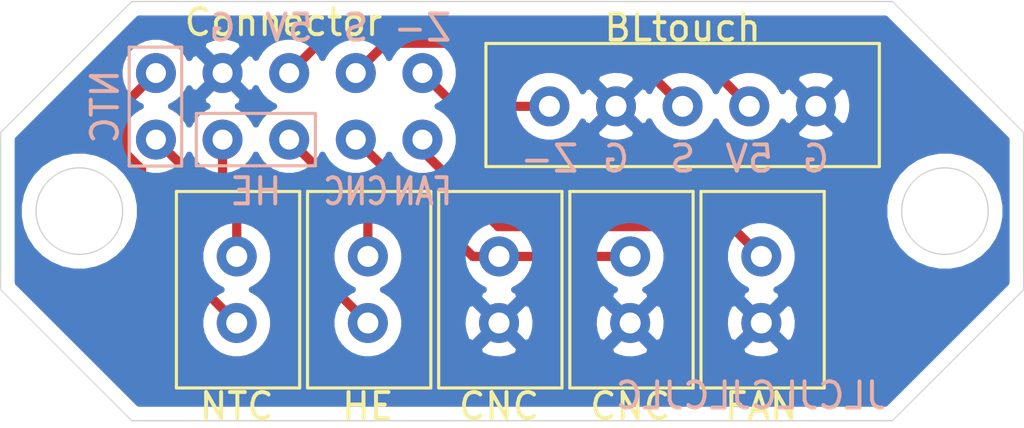
<source format=kicad_pcb>
(kicad_pcb (version 20171130) (host pcbnew "(5.1.6)-1")

  (general
    (thickness 1.6)
    (drawings 32)
    (tracks 26)
    (zones 0)
    (modules 7)
    (nets 11)
  )

  (page A4)
  (layers
    (0 F.Cu signal)
    (31 B.Cu signal)
    (32 B.Adhes user)
    (33 F.Adhes user)
    (34 B.Paste user)
    (35 F.Paste user)
    (36 B.SilkS user)
    (37 F.SilkS user)
    (38 B.Mask user)
    (39 F.Mask user)
    (40 Dwgs.User user)
    (41 Cmts.User user)
    (42 Eco1.User user)
    (43 Eco2.User user)
    (44 Edge.Cuts user)
    (45 Margin user)
    (46 B.CrtYd user)
    (47 F.CrtYd user)
    (48 B.Fab user)
    (49 F.Fab user)
  )

  (setup
    (last_trace_width 0.35)
    (user_trace_width 0.35)
    (trace_clearance 0.2)
    (zone_clearance 0.508)
    (zone_45_only no)
    (trace_min 0.2)
    (via_size 0.8)
    (via_drill 0.4)
    (via_min_size 0.4)
    (via_min_drill 0.3)
    (uvia_size 0.3)
    (uvia_drill 0.1)
    (uvias_allowed no)
    (uvia_min_size 0.2)
    (uvia_min_drill 0.1)
    (edge_width 0.05)
    (segment_width 0.2)
    (pcb_text_width 0.3)
    (pcb_text_size 1.5 1.5)
    (mod_edge_width 0.12)
    (mod_text_size 1 1)
    (mod_text_width 0.15)
    (pad_size 1.524 1.524)
    (pad_drill 0.8)
    (pad_to_mask_clearance 0.05)
    (aux_axis_origin 0 0)
    (visible_elements 7FFFFFFF)
    (pcbplotparams
      (layerselection 0x010fc_ffffffff)
      (usegerberextensions false)
      (usegerberattributes true)
      (usegerberadvancedattributes true)
      (creategerberjobfile true)
      (excludeedgelayer true)
      (linewidth 0.100000)
      (plotframeref false)
      (viasonmask false)
      (mode 1)
      (useauxorigin false)
      (hpglpennumber 1)
      (hpglpenspeed 20)
      (hpglpendiameter 15.000000)
      (psnegative false)
      (psa4output false)
      (plotreference true)
      (plotvalue true)
      (plotinvisibletext false)
      (padsonsilk false)
      (subtractmaskfromsilk false)
      (outputformat 1)
      (mirror false)
      (drillshape 0)
      (scaleselection 1)
      (outputdirectory "Gerber/"))
  )

  (net 0 "")
  (net 1 GND)
  (net 2 +5V)
  (net 3 /HE_fan)
  (net 4 /Servo)
  (net 5 /CNC_fan)
  (net 6 /Z-)
  (net 7 /H2)
  (net 8 /NTC2)
  (net 9 /H1)
  (net 10 /NTC1)

  (net_class Default "This is the default net class."
    (clearance 0.2)
    (trace_width 0.25)
    (via_dia 0.8)
    (via_drill 0.4)
    (uvia_dia 0.3)
    (uvia_drill 0.1)
    (add_net +5V)
    (add_net /CNC_fan)
    (add_net /H1)
    (add_net /H2)
    (add_net /HE_fan)
    (add_net /NTC1)
    (add_net /NTC2)
    (add_net /Servo)
    (add_net /Z-)
    (add_net GND)
  )

  (module Arduino:JST_XH_2 (layer F.Cu) (tedit 63DFDCFE) (tstamp 63DFF1B6)
    (at 110 120 270)
    (path /63E201D9)
    (fp_text reference NTC (at 4.45 0 180) (layer F.SilkS)
      (effects (font (size 1 1) (thickness 0.15)))
    )
    (fp_text value 1x2-header (at -0.02 3.36 90) (layer F.Fab)
      (effects (font (size 1 1) (thickness 0.15)))
    )
    (fp_line (start -3.75 -2.4) (end -3.75 2.3) (layer F.SilkS) (width 0.12))
    (fp_line (start -3.75 2.3) (end 3.75 2.3) (layer F.SilkS) (width 0.12))
    (fp_line (start -3.75 -2.4) (end 3.75 -2.4) (layer F.SilkS) (width 0.12))
    (fp_line (start 3.75 -2.4) (end 3.75 2.3) (layer F.SilkS) (width 0.12))
    (pad 1 thru_hole circle (at -1.27 0 270) (size 1.524 1.524) (drill 0.8) (layers *.Cu *.Mask)
      (net 10 /NTC1))
    (pad 2 thru_hole circle (at 1.27 0 270) (size 1.524 1.524) (drill 0.8) (layers *.Cu *.Mask)
      (net 8 /NTC2))
  )

  (module Arduino:JST_XH_5 (layer F.Cu) (tedit 63DFF8BD) (tstamp 63DFEF7B)
    (at 127 113)
    (path /63E05623)
    (fp_text reference BLtouch (at 0 -3) (layer F.SilkS)
      (effects (font (size 1 1) (thickness 0.15)))
    )
    (fp_text value 1x5-header (at 2.87 -1.64) (layer F.Fab)
      (effects (font (size 1 1) (thickness 0.15)))
    )
    (fp_line (start -7.5 -2.4) (end -7.5 2.3) (layer F.SilkS) (width 0.12))
    (fp_line (start -7.5 2.3) (end 7.5 2.3) (layer F.SilkS) (width 0.12))
    (fp_line (start -7.5 -2.4) (end 7.5 -2.4) (layer F.SilkS) (width 0.12))
    (fp_line (start 7.5 -2.4) (end 7.5 2.3) (layer F.SilkS) (width 0.12))
    (pad 5 thru_hole circle (at 5.08 0) (size 1.524 1.524) (drill 0.8) (layers *.Cu *.Mask)
      (net 1 GND))
    (pad 4 thru_hole circle (at 2.54 0) (size 1.524 1.524) (drill 0.8) (layers *.Cu *.Mask)
      (net 2 +5V))
    (pad 3 thru_hole circle (at 0 0) (size 1.524 1.524) (drill 0.8) (layers *.Cu *.Mask)
      (net 4 /Servo))
    (pad 1 thru_hole circle (at -5.08 0) (size 1.524 1.524) (drill 0.8) (layers *.Cu *.Mask)
      (net 6 /Z-))
    (pad 2 thru_hole circle (at -2.54 0) (size 1.524 1.524) (drill 0.8) (layers *.Cu *.Mask)
      (net 1 GND))
  )

  (module Arduino:JST_XH_2 (layer F.Cu) (tedit 63DFDCFE) (tstamp 63DFEF6E)
    (at 130 120 270)
    (path /63DFBD9F)
    (fp_text reference FAN (at 4.45 0 180) (layer F.SilkS)
      (effects (font (size 1 1) (thickness 0.15)))
    )
    (fp_text value 1x2-header (at -0.02 3.36 90) (layer F.Fab)
      (effects (font (size 1 1) (thickness 0.15)))
    )
    (fp_line (start -3.75 -2.4) (end -3.75 2.3) (layer F.SilkS) (width 0.12))
    (fp_line (start -3.75 2.3) (end 3.75 2.3) (layer F.SilkS) (width 0.12))
    (fp_line (start -3.75 -2.4) (end 3.75 -2.4) (layer F.SilkS) (width 0.12))
    (fp_line (start 3.75 -2.4) (end 3.75 2.3) (layer F.SilkS) (width 0.12))
    (pad 1 thru_hole circle (at -1.27 0 270) (size 1.524 1.524) (drill 0.8) (layers *.Cu *.Mask)
      (net 3 /HE_fan))
    (pad 2 thru_hole circle (at 1.27 0 270) (size 1.524 1.524) (drill 0.8) (layers *.Cu *.Mask)
      (net 1 GND))
  )

  (module Arduino:JST_XH_2 (layer F.Cu) (tedit 63DFDCFE) (tstamp 63DFEF64)
    (at 120 120 270)
    (path /63E03462)
    (fp_text reference CNC (at 4.45 0 180) (layer F.SilkS)
      (effects (font (size 1 1) (thickness 0.15)))
    )
    (fp_text value 1x2-header (at -0.02 3.36 90) (layer F.Fab)
      (effects (font (size 1 1) (thickness 0.15)))
    )
    (fp_line (start -3.75 -2.4) (end -3.75 2.3) (layer F.SilkS) (width 0.12))
    (fp_line (start -3.75 2.3) (end 3.75 2.3) (layer F.SilkS) (width 0.12))
    (fp_line (start -3.75 -2.4) (end 3.75 -2.4) (layer F.SilkS) (width 0.12))
    (fp_line (start 3.75 -2.4) (end 3.75 2.3) (layer F.SilkS) (width 0.12))
    (pad 1 thru_hole circle (at -1.27 0 270) (size 1.524 1.524) (drill 0.8) (layers *.Cu *.Mask)
      (net 5 /CNC_fan))
    (pad 2 thru_hole circle (at 1.27 0 270) (size 1.524 1.524) (drill 0.8) (layers *.Cu *.Mask)
      (net 1 GND))
  )

  (module Arduino:JST_XH_2 (layer F.Cu) (tedit 63DFDCFE) (tstamp 63DFEF5A)
    (at 125 120 270)
    (path /63E041AF)
    (fp_text reference CNC (at 4.45 0 180) (layer F.SilkS)
      (effects (font (size 1 1) (thickness 0.15)))
    )
    (fp_text value 1x2-header (at -0.02 3.36 90) (layer F.Fab)
      (effects (font (size 1 1) (thickness 0.15)))
    )
    (fp_line (start -3.75 -2.4) (end -3.75 2.3) (layer F.SilkS) (width 0.12))
    (fp_line (start -3.75 2.3) (end 3.75 2.3) (layer F.SilkS) (width 0.12))
    (fp_line (start -3.75 -2.4) (end 3.75 -2.4) (layer F.SilkS) (width 0.12))
    (fp_line (start 3.75 -2.4) (end 3.75 2.3) (layer F.SilkS) (width 0.12))
    (pad 1 thru_hole circle (at -1.27 0 270) (size 1.524 1.524) (drill 0.8) (layers *.Cu *.Mask)
      (net 5 /CNC_fan))
    (pad 2 thru_hole circle (at 1.27 0 270) (size 1.524 1.524) (drill 0.8) (layers *.Cu *.Mask)
      (net 1 GND))
  )

  (module Arduino:JST_XH_2 (layer F.Cu) (tedit 63DFDCFE) (tstamp 63DFEF50)
    (at 115 120 270)
    (path /63E04D67)
    (fp_text reference HE (at 4.45 0 180) (layer F.SilkS)
      (effects (font (size 1 1) (thickness 0.15)))
    )
    (fp_text value 1x2-header (at -0.02 3.36 90) (layer F.Fab)
      (effects (font (size 1 1) (thickness 0.15)))
    )
    (fp_line (start -3.75 -2.4) (end -3.75 2.3) (layer F.SilkS) (width 0.12))
    (fp_line (start -3.75 2.3) (end 3.75 2.3) (layer F.SilkS) (width 0.12))
    (fp_line (start -3.75 -2.4) (end 3.75 -2.4) (layer F.SilkS) (width 0.12))
    (fp_line (start 3.75 -2.4) (end 3.75 2.3) (layer F.SilkS) (width 0.12))
    (pad 1 thru_hole circle (at -1.27 0 270) (size 1.524 1.524) (drill 0.8) (layers *.Cu *.Mask)
      (net 9 /H1))
    (pad 2 thru_hole circle (at 1.27 0 270) (size 1.524 1.524) (drill 0.8) (layers *.Cu *.Mask)
      (net 7 /H2))
  )

  (module Arduino:2x5_pin (layer F.Cu) (tedit 63DFF6C7) (tstamp 63DFBB04)
    (at 112 113 90)
    (path /63E29701)
    (fp_text reference Connector (at 3.21 -0.22 180) (layer F.SilkS)
      (effects (font (size 1 1) (thickness 0.15)))
    )
    (fp_text value 2x5-header (at -2.83 0.48 180) (layer F.Fab)
      (effects (font (size 1 1) (thickness 0.15)))
    )
    (pad 10 thru_hole circle (at 1.27 5.08 90) (size 1.524 1.524) (drill 0.762) (layers *.Cu *.Mask)
      (net 6 /Z-))
    (pad 9 thru_hole circle (at -1.27 5.08 90) (size 1.524 1.524) (drill 0.762) (layers *.Cu *.Mask)
      (net 3 /HE_fan))
    (pad 8 thru_hole circle (at 1.27 2.54 90) (size 1.524 1.524) (drill 0.762) (layers *.Cu *.Mask)
      (net 4 /Servo))
    (pad 7 thru_hole circle (at -1.27 2.54 90) (size 1.524 1.524) (drill 0.762) (layers *.Cu *.Mask)
      (net 5 /CNC_fan))
    (pad 6 thru_hole circle (at 1.27 0 90) (size 1.524 1.524) (drill 0.762) (layers *.Cu *.Mask)
      (net 2 +5V))
    (pad 5 thru_hole circle (at -1.27 0 90) (size 1.524 1.524) (drill 0.762) (layers *.Cu *.Mask)
      (net 9 /H1))
    (pad 4 thru_hole circle (at 1.27 -2.54 90) (size 1.524 1.524) (drill 0.762) (layers *.Cu *.Mask)
      (net 1 GND))
    (pad 3 thru_hole circle (at -1.27 -2.54 90) (size 1.524 1.524) (drill 0.762) (layers *.Cu *.Mask)
      (net 7 /H2))
    (pad 2 thru_hole circle (at 1.27 -5.08 90) (size 1.524 1.524) (drill 0.762) (layers *.Cu *.Mask)
      (net 8 /NTC2))
    (pad 1 thru_hole circle (at -1.27 -5.08 90) (size 1.524 1.524) (drill 0.762) (layers *.Cu *.Mask)
      (net 10 /NTC1))
  )

  (gr_text JLCJLCJLCJLC (at 129.6 124.04) (layer B.SilkS)
    (effects (font (size 1 1) (thickness 0.15)) (justify mirror))
  )
  (gr_text G (at 124.46 115) (layer B.SilkS) (tstamp 63DFFFE2)
    (effects (font (size 1 1) (thickness 0.15)) (justify mirror))
  )
  (gr_text G (at 132.08 115) (layer B.SilkS) (tstamp 63DFFFE0)
    (effects (font (size 1 1) (thickness 0.15)) (justify mirror))
  )
  (gr_text Z- (at 121.92 115) (layer B.SilkS) (tstamp 63DFFFDD)
    (effects (font (size 1 1) (thickness 0.15)) (justify mirror))
  )
  (gr_text S (at 127 115) (layer B.SilkS) (tstamp 63DFFFDA)
    (effects (font (size 1 1) (thickness 0.15)) (justify mirror))
  )
  (gr_text 5V (at 129.54 115) (layer B.SilkS) (tstamp 63DFFFAD)
    (effects (font (size 1 1) (thickness 0.15)) (justify mirror))
  )
  (gr_text FAN (at 117.08 116.25) (layer B.SilkS) (tstamp 63DFFDAD)
    (effects (font (size 1 0.8) (thickness 0.15)) (justify mirror))
  )
  (gr_text CNC (at 114.54 116.25) (layer B.SilkS) (tstamp 63DFFD6B)
    (effects (font (size 1 0.8) (thickness 0.15)) (justify mirror))
  )
  (gr_text "HE\n" (at 110.73 116.25) (layer B.SilkS) (tstamp 63DFFD43)
    (effects (font (size 1 1) (thickness 0.15)) (justify mirror))
  )
  (gr_text Z- (at 117.08 110) (layer B.SilkS) (tstamp 63DFFD21)
    (effects (font (size 1 1) (thickness 0.15)) (justify mirror))
  )
  (gr_text S (at 114.54 110) (layer B.SilkS) (tstamp 63DFFD00)
    (effects (font (size 1 1) (thickness 0.15)) (justify mirror))
  )
  (gr_text 5V (at 112 110) (layer B.SilkS) (tstamp 63DFFCFD)
    (effects (font (size 1 1) (thickness 0.15)) (justify mirror))
  )
  (gr_text G (at 109.46 110) (layer B.SilkS)
    (effects (font (size 1 1) (thickness 0.15)) (justify mirror))
  )
  (gr_line (start 113 113.27) (end 113 115.27) (layer B.SilkS) (width 0.12) (tstamp 63DFFCC1))
  (gr_line (start 108.46 113.27) (end 108.46 115.27) (layer B.SilkS) (width 0.12) (tstamp 63DFFCC0))
  (gr_line (start 108.46 115.27) (end 113 115.27) (layer B.SilkS) (width 0.12) (tstamp 63DFFC9D))
  (gr_line (start 108.46 113.27) (end 113 113.27) (layer B.SilkS) (width 0.12))
  (gr_text NTC (at 104.98 113.01 90) (layer B.SilkS)
    (effects (font (size 1 1) (thickness 0.15)) (justify mirror))
  )
  (gr_line (start 105.9 115.28) (end 107.9 115.28) (layer B.SilkS) (width 0.12) (tstamp 63DFFC09))
  (gr_line (start 105.9 110.74) (end 107.9 110.74) (layer B.SilkS) (width 0.12) (tstamp 63DFFC08))
  (gr_line (start 107.9 110.74) (end 107.9 115.28) (layer B.SilkS) (width 0.12))
  (gr_line (start 105.9 110.74) (end 105.9 115.28) (layer B.SilkS) (width 0.12))
  (gr_line (start 140 114) (end 135 109) (layer Edge.Cuts) (width 0.05) (tstamp 63DFFB6C))
  (gr_line (start 101 114) (end 106 109) (layer Edge.Cuts) (width 0.05) (tstamp 63DFFB6B))
  (gr_line (start 135 125) (end 140 120) (layer Edge.Cuts) (width 0.05) (tstamp 63DFFB62))
  (gr_line (start 106 125) (end 101 120) (layer Edge.Cuts) (width 0.05) (tstamp 63DFFB53))
  (gr_circle (center 104 117) (end 105.65 117) (layer Edge.Cuts) (width 0.05) (tstamp 63DFF242))
  (gr_circle (center 137 117) (end 138.65 117) (layer Edge.Cuts) (width 0.05))
  (gr_line (start 140 114) (end 140 120) (layer Edge.Cuts) (width 0.05) (tstamp 63DFBD8C))
  (gr_line (start 101 114) (end 101 120) (layer Edge.Cuts) (width 0.05) (tstamp 63DFBD8B))
  (gr_line (start 106 125) (end 135 125) (layer Edge.Cuts) (width 0.05) (tstamp 63DFBD88))
  (gr_line (start 106 109) (end 135 109) (layer Edge.Cuts) (width 0.05))

  (segment (start 113.687011 110.042989) (end 112 111.73) (width 0.35) (layer F.Cu) (net 2))
  (segment (start 126.582989 110.042989) (end 113.687011 110.042989) (width 0.35) (layer F.Cu) (net 2))
  (segment (start 129.54 113) (end 126.582989 110.042989) (width 0.35) (layer F.Cu) (net 2))
  (segment (start 128.862999 117.592999) (end 119.972999 117.592999) (width 0.35) (layer F.Cu) (net 3))
  (segment (start 130 118.73) (end 128.862999 117.592999) (width 0.35) (layer F.Cu) (net 3))
  (segment (start 117.08 114.7) (end 117.08 114.27) (width 0.35) (layer F.Cu) (net 3))
  (segment (start 119.972999 117.592999) (end 117.08 114.7) (width 0.35) (layer F.Cu) (net 3))
  (segment (start 115.677001 110.592999) (end 114.54 111.73) (width 0.35) (layer F.Cu) (net 4))
  (segment (start 124.592999 110.592999) (end 115.677001 110.592999) (width 0.35) (layer F.Cu) (net 4))
  (segment (start 127 113) (end 124.592999 110.592999) (width 0.35) (layer F.Cu) (net 4))
  (segment (start 119 118.73) (end 114.54 114.27) (width 0.35) (layer F.Cu) (net 5))
  (segment (start 120 118.73) (end 119 118.73) (width 0.35) (layer F.Cu) (net 5))
  (segment (start 125 118.73) (end 120 118.73) (width 0.35) (layer F.Cu) (net 5))
  (segment (start 118.35 113) (end 117.08 111.73) (width 0.35) (layer F.Cu) (net 6))
  (segment (start 121.92 113) (end 118.35 113) (width 0.35) (layer F.Cu) (net 6))
  (segment (start 109.46 115.73) (end 109.46 114.27) (width 0.35) (layer F.Cu) (net 7))
  (segment (start 115 121.27) (end 109.46 115.73) (width 0.35) (layer F.Cu) (net 7))
  (segment (start 105.782999 112.867001) (end 106.92 111.73) (width 0.35) (layer F.Cu) (net 8))
  (segment (start 105.782999 114.815761) (end 105.782999 112.867001) (width 0.35) (layer F.Cu) (net 8))
  (segment (start 106.374239 115.407001) (end 105.782999 114.815761) (width 0.35) (layer F.Cu) (net 8))
  (segment (start 106.374239 117.644239) (end 106.374239 115.407001) (width 0.35) (layer F.Cu) (net 8))
  (segment (start 110 121.27) (end 106.374239 117.644239) (width 0.35) (layer F.Cu) (net 8))
  (segment (start 115 117.27) (end 112 114.27) (width 0.35) (layer F.Cu) (net 9))
  (segment (start 115 118.73) (end 115 117.27) (width 0.35) (layer F.Cu) (net 9))
  (segment (start 110 117.35) (end 106.92 114.27) (width 0.35) (layer F.Cu) (net 10))
  (segment (start 110 118.73) (end 110 117.35) (width 0.35) (layer F.Cu) (net 10))

  (zone (net 1) (net_name GND) (layer B.Cu) (tstamp 63E00262) (hatch edge 0.508)
    (connect_pads (clearance 0.508))
    (min_thickness 0.254)
    (fill yes (arc_segments 32) (thermal_gap 0.508) (thermal_bridge_width 0.508))
    (polygon
      (pts
        (xy 140 114) (xy 140 120) (xy 135 125) (xy 106 125) (xy 101 120)
        (xy 101 114) (xy 106 109) (xy 135 109)
      )
    )
    (filled_polygon
      (pts
        (xy 139.34 114.273381) (xy 139.340001 119.726618) (xy 134.72662 124.34) (xy 106.273381 124.34) (xy 101.66 119.72662)
        (xy 101.66 116.77162) (xy 101.68122 116.77162) (xy 101.68122 117.22838) (xy 101.770329 117.676363) (xy 101.945123 118.098354)
        (xy 102.198886 118.478136) (xy 102.521864 118.801114) (xy 102.901646 119.054877) (xy 103.323637 119.229671) (xy 103.77162 119.31878)
        (xy 104.22838 119.31878) (xy 104.676363 119.229671) (xy 105.098354 119.054877) (xy 105.478136 118.801114) (xy 105.686842 118.592408)
        (xy 108.603 118.592408) (xy 108.603 118.867592) (xy 108.656686 119.13749) (xy 108.761995 119.391727) (xy 108.91488 119.620535)
        (xy 109.109465 119.81512) (xy 109.338273 119.968005) (xy 109.415515 120) (xy 109.338273 120.031995) (xy 109.109465 120.18488)
        (xy 108.91488 120.379465) (xy 108.761995 120.608273) (xy 108.656686 120.86251) (xy 108.603 121.132408) (xy 108.603 121.407592)
        (xy 108.656686 121.67749) (xy 108.761995 121.931727) (xy 108.91488 122.160535) (xy 109.109465 122.35512) (xy 109.338273 122.508005)
        (xy 109.59251 122.613314) (xy 109.862408 122.667) (xy 110.137592 122.667) (xy 110.40749 122.613314) (xy 110.661727 122.508005)
        (xy 110.890535 122.35512) (xy 111.08512 122.160535) (xy 111.238005 121.931727) (xy 111.343314 121.67749) (xy 111.397 121.407592)
        (xy 111.397 121.132408) (xy 111.343314 120.86251) (xy 111.238005 120.608273) (xy 111.08512 120.379465) (xy 110.890535 120.18488)
        (xy 110.661727 120.031995) (xy 110.584485 120) (xy 110.661727 119.968005) (xy 110.890535 119.81512) (xy 111.08512 119.620535)
        (xy 111.238005 119.391727) (xy 111.343314 119.13749) (xy 111.397 118.867592) (xy 111.397 118.592408) (xy 113.603 118.592408)
        (xy 113.603 118.867592) (xy 113.656686 119.13749) (xy 113.761995 119.391727) (xy 113.91488 119.620535) (xy 114.109465 119.81512)
        (xy 114.338273 119.968005) (xy 114.415515 120) (xy 114.338273 120.031995) (xy 114.109465 120.18488) (xy 113.91488 120.379465)
        (xy 113.761995 120.608273) (xy 113.656686 120.86251) (xy 113.603 121.132408) (xy 113.603 121.407592) (xy 113.656686 121.67749)
        (xy 113.761995 121.931727) (xy 113.91488 122.160535) (xy 114.109465 122.35512) (xy 114.338273 122.508005) (xy 114.59251 122.613314)
        (xy 114.862408 122.667) (xy 115.137592 122.667) (xy 115.40749 122.613314) (xy 115.661727 122.508005) (xy 115.890535 122.35512)
        (xy 116.01009 122.235565) (xy 119.21404 122.235565) (xy 119.28102 122.475656) (xy 119.530048 122.592756) (xy 119.797135 122.659023)
        (xy 120.072017 122.67191) (xy 120.344133 122.630922) (xy 120.603023 122.537636) (xy 120.71898 122.475656) (xy 120.78596 122.235565)
        (xy 124.21404 122.235565) (xy 124.28102 122.475656) (xy 124.530048 122.592756) (xy 124.797135 122.659023) (xy 125.072017 122.67191)
        (xy 125.344133 122.630922) (xy 125.603023 122.537636) (xy 125.71898 122.475656) (xy 125.78596 122.235565) (xy 129.21404 122.235565)
        (xy 129.28102 122.475656) (xy 129.530048 122.592756) (xy 129.797135 122.659023) (xy 130.072017 122.67191) (xy 130.344133 122.630922)
        (xy 130.603023 122.537636) (xy 130.71898 122.475656) (xy 130.78596 122.235565) (xy 130 121.449605) (xy 129.21404 122.235565)
        (xy 125.78596 122.235565) (xy 125 121.449605) (xy 124.21404 122.235565) (xy 120.78596 122.235565) (xy 120 121.449605)
        (xy 119.21404 122.235565) (xy 116.01009 122.235565) (xy 116.08512 122.160535) (xy 116.238005 121.931727) (xy 116.343314 121.67749)
        (xy 116.397 121.407592) (xy 116.397 121.342017) (xy 118.59809 121.342017) (xy 118.639078 121.614133) (xy 118.732364 121.873023)
        (xy 118.794344 121.98898) (xy 119.034435 122.05596) (xy 119.820395 121.27) (xy 120.179605 121.27) (xy 120.965565 122.05596)
        (xy 121.205656 121.98898) (xy 121.322756 121.739952) (xy 121.389023 121.472865) (xy 121.395157 121.342017) (xy 123.59809 121.342017)
        (xy 123.639078 121.614133) (xy 123.732364 121.873023) (xy 123.794344 121.98898) (xy 124.034435 122.05596) (xy 124.820395 121.27)
        (xy 125.179605 121.27) (xy 125.965565 122.05596) (xy 126.205656 121.98898) (xy 126.322756 121.739952) (xy 126.389023 121.472865)
        (xy 126.395157 121.342017) (xy 128.59809 121.342017) (xy 128.639078 121.614133) (xy 128.732364 121.873023) (xy 128.794344 121.98898)
        (xy 129.034435 122.05596) (xy 129.820395 121.27) (xy 130.179605 121.27) (xy 130.965565 122.05596) (xy 131.205656 121.98898)
        (xy 131.322756 121.739952) (xy 131.389023 121.472865) (xy 131.40191 121.197983) (xy 131.360922 120.925867) (xy 131.267636 120.666977)
        (xy 131.205656 120.55102) (xy 130.965565 120.48404) (xy 130.179605 121.27) (xy 129.820395 121.27) (xy 129.034435 120.48404)
        (xy 128.794344 120.55102) (xy 128.677244 120.800048) (xy 128.610977 121.067135) (xy 128.59809 121.342017) (xy 126.395157 121.342017)
        (xy 126.40191 121.197983) (xy 126.360922 120.925867) (xy 126.267636 120.666977) (xy 126.205656 120.55102) (xy 125.965565 120.48404)
        (xy 125.179605 121.27) (xy 124.820395 121.27) (xy 124.034435 120.48404) (xy 123.794344 120.55102) (xy 123.677244 120.800048)
        (xy 123.610977 121.067135) (xy 123.59809 121.342017) (xy 121.395157 121.342017) (xy 121.40191 121.197983) (xy 121.360922 120.925867)
        (xy 121.267636 120.666977) (xy 121.205656 120.55102) (xy 120.965565 120.48404) (xy 120.179605 121.27) (xy 119.820395 121.27)
        (xy 119.034435 120.48404) (xy 118.794344 120.55102) (xy 118.677244 120.800048) (xy 118.610977 121.067135) (xy 118.59809 121.342017)
        (xy 116.397 121.342017) (xy 116.397 121.132408) (xy 116.343314 120.86251) (xy 116.238005 120.608273) (xy 116.08512 120.379465)
        (xy 115.890535 120.18488) (xy 115.661727 120.031995) (xy 115.584485 120) (xy 115.661727 119.968005) (xy 115.890535 119.81512)
        (xy 116.08512 119.620535) (xy 116.238005 119.391727) (xy 116.343314 119.13749) (xy 116.397 118.867592) (xy 116.397 118.592408)
        (xy 118.603 118.592408) (xy 118.603 118.867592) (xy 118.656686 119.13749) (xy 118.761995 119.391727) (xy 118.91488 119.620535)
        (xy 119.109465 119.81512) (xy 119.338273 119.968005) (xy 119.409943 119.997692) (xy 119.396977 120.002364) (xy 119.28102 120.064344)
        (xy 119.21404 120.304435) (xy 120 121.090395) (xy 120.78596 120.304435) (xy 120.71898 120.064344) (xy 120.58324 120.000515)
        (xy 120.661727 119.968005) (xy 120.890535 119.81512) (xy 121.08512 119.620535) (xy 121.238005 119.391727) (xy 121.343314 119.13749)
        (xy 121.397 118.867592) (xy 121.397 118.592408) (xy 123.603 118.592408) (xy 123.603 118.867592) (xy 123.656686 119.13749)
        (xy 123.761995 119.391727) (xy 123.91488 119.620535) (xy 124.109465 119.81512) (xy 124.338273 119.968005) (xy 124.409943 119.997692)
        (xy 124.396977 120.002364) (xy 124.28102 120.064344) (xy 124.21404 120.304435) (xy 125 121.090395) (xy 125.78596 120.304435)
        (xy 125.71898 120.064344) (xy 125.58324 120.000515) (xy 125.661727 119.968005) (xy 125.890535 119.81512) (xy 126.08512 119.620535)
        (xy 126.238005 119.391727) (xy 126.343314 119.13749) (xy 126.397 118.867592) (xy 126.397 118.592408) (xy 128.603 118.592408)
        (xy 128.603 118.867592) (xy 128.656686 119.13749) (xy 128.761995 119.391727) (xy 128.91488 119.620535) (xy 129.109465 119.81512)
        (xy 129.338273 119.968005) (xy 129.409943 119.997692) (xy 129.396977 120.002364) (xy 129.28102 120.064344) (xy 129.21404 120.304435)
        (xy 130 121.090395) (xy 130.78596 120.304435) (xy 130.71898 120.064344) (xy 130.58324 120.000515) (xy 130.661727 119.968005)
        (xy 130.890535 119.81512) (xy 131.08512 119.620535) (xy 131.238005 119.391727) (xy 131.343314 119.13749) (xy 131.397 118.867592)
        (xy 131.397 118.592408) (xy 131.343314 118.32251) (xy 131.238005 118.068273) (xy 131.08512 117.839465) (xy 130.890535 117.64488)
        (xy 130.661727 117.491995) (xy 130.40749 117.386686) (xy 130.137592 117.333) (xy 129.862408 117.333) (xy 129.59251 117.386686)
        (xy 129.338273 117.491995) (xy 129.109465 117.64488) (xy 128.91488 117.839465) (xy 128.761995 118.068273) (xy 128.656686 118.32251)
        (xy 128.603 118.592408) (xy 126.397 118.592408) (xy 126.343314 118.32251) (xy 126.238005 118.068273) (xy 126.08512 117.839465)
        (xy 125.890535 117.64488) (xy 125.661727 117.491995) (xy 125.40749 117.386686) (xy 125.137592 117.333) (xy 124.862408 117.333)
        (xy 124.59251 117.386686) (xy 124.338273 117.491995) (xy 124.109465 117.64488) (xy 123.91488 117.839465) (xy 123.761995 118.068273)
        (xy 123.656686 118.32251) (xy 123.603 118.592408) (xy 121.397 118.592408) (xy 121.343314 118.32251) (xy 121.238005 118.068273)
        (xy 121.08512 117.839465) (xy 120.890535 117.64488) (xy 120.661727 117.491995) (xy 120.40749 117.386686) (xy 120.137592 117.333)
        (xy 119.862408 117.333) (xy 119.59251 117.386686) (xy 119.338273 117.491995) (xy 119.109465 117.64488) (xy 118.91488 117.839465)
        (xy 118.761995 118.068273) (xy 118.656686 118.32251) (xy 118.603 118.592408) (xy 116.397 118.592408) (xy 116.343314 118.32251)
        (xy 116.238005 118.068273) (xy 116.08512 117.839465) (xy 115.890535 117.64488) (xy 115.661727 117.491995) (xy 115.40749 117.386686)
        (xy 115.137592 117.333) (xy 114.862408 117.333) (xy 114.59251 117.386686) (xy 114.338273 117.491995) (xy 114.109465 117.64488)
        (xy 113.91488 117.839465) (xy 113.761995 118.068273) (xy 113.656686 118.32251) (xy 113.603 118.592408) (xy 111.397 118.592408)
        (xy 111.343314 118.32251) (xy 111.238005 118.068273) (xy 111.08512 117.839465) (xy 110.890535 117.64488) (xy 110.661727 117.491995)
        (xy 110.40749 117.386686) (xy 110.137592 117.333) (xy 109.862408 117.333) (xy 109.59251 117.386686) (xy 109.338273 117.491995)
        (xy 109.109465 117.64488) (xy 108.91488 117.839465) (xy 108.761995 118.068273) (xy 108.656686 118.32251) (xy 108.603 118.592408)
        (xy 105.686842 118.592408) (xy 105.801114 118.478136) (xy 106.054877 118.098354) (xy 106.229671 117.676363) (xy 106.31878 117.22838)
        (xy 106.31878 116.77162) (xy 134.68122 116.77162) (xy 134.68122 117.22838) (xy 134.770329 117.676363) (xy 134.945123 118.098354)
        (xy 135.198886 118.478136) (xy 135.521864 118.801114) (xy 135.901646 119.054877) (xy 136.323637 119.229671) (xy 136.77162 119.31878)
        (xy 137.22838 119.31878) (xy 137.676363 119.229671) (xy 138.098354 119.054877) (xy 138.478136 118.801114) (xy 138.801114 118.478136)
        (xy 139.054877 118.098354) (xy 139.229671 117.676363) (xy 139.31878 117.22838) (xy 139.31878 116.77162) (xy 139.229671 116.323637)
        (xy 139.054877 115.901646) (xy 138.801114 115.521864) (xy 138.478136 115.198886) (xy 138.098354 114.945123) (xy 137.676363 114.770329)
        (xy 137.22838 114.68122) (xy 136.77162 114.68122) (xy 136.323637 114.770329) (xy 135.901646 114.945123) (xy 135.521864 115.198886)
        (xy 135.198886 115.521864) (xy 134.945123 115.901646) (xy 134.770329 116.323637) (xy 134.68122 116.77162) (xy 106.31878 116.77162)
        (xy 106.229671 116.323637) (xy 106.054877 115.901646) (xy 105.801114 115.521864) (xy 105.478136 115.198886) (xy 105.098354 114.945123)
        (xy 104.676363 114.770329) (xy 104.22838 114.68122) (xy 103.77162 114.68122) (xy 103.323637 114.770329) (xy 102.901646 114.945123)
        (xy 102.521864 115.198886) (xy 102.198886 115.521864) (xy 101.945123 115.901646) (xy 101.770329 116.323637) (xy 101.68122 116.77162)
        (xy 101.66 116.77162) (xy 101.66 114.27338) (xy 104.340972 111.592408) (xy 105.523 111.592408) (xy 105.523 111.867592)
        (xy 105.576686 112.13749) (xy 105.681995 112.391727) (xy 105.83488 112.620535) (xy 106.029465 112.81512) (xy 106.258273 112.968005)
        (xy 106.335515 113) (xy 106.258273 113.031995) (xy 106.029465 113.18488) (xy 105.83488 113.379465) (xy 105.681995 113.608273)
        (xy 105.576686 113.86251) (xy 105.523 114.132408) (xy 105.523 114.407592) (xy 105.576686 114.67749) (xy 105.681995 114.931727)
        (xy 105.83488 115.160535) (xy 106.029465 115.35512) (xy 106.258273 115.508005) (xy 106.51251 115.613314) (xy 106.782408 115.667)
        (xy 107.057592 115.667) (xy 107.32749 115.613314) (xy 107.581727 115.508005) (xy 107.810535 115.35512) (xy 108.00512 115.160535)
        (xy 108.158005 114.931727) (xy 108.19 114.854485) (xy 108.221995 114.931727) (xy 108.37488 115.160535) (xy 108.569465 115.35512)
        (xy 108.798273 115.508005) (xy 109.05251 115.613314) (xy 109.322408 115.667) (xy 109.597592 115.667) (xy 109.86749 115.613314)
        (xy 110.121727 115.508005) (xy 110.350535 115.35512) (xy 110.54512 115.160535) (xy 110.698005 114.931727) (xy 110.73 114.854485)
        (xy 110.761995 114.931727) (xy 110.91488 115.160535) (xy 111.109465 115.35512) (xy 111.338273 115.508005) (xy 111.59251 115.613314)
        (xy 111.862408 115.667) (xy 112.137592 115.667) (xy 112.40749 115.613314) (xy 112.661727 115.508005) (xy 112.890535 115.35512)
        (xy 113.08512 115.160535) (xy 113.238005 114.931727) (xy 113.27 114.854485) (xy 113.301995 114.931727) (xy 113.45488 115.160535)
        (xy 113.649465 115.35512) (xy 113.878273 115.508005) (xy 114.13251 115.613314) (xy 114.402408 115.667) (xy 114.677592 115.667)
        (xy 114.94749 115.613314) (xy 115.201727 115.508005) (xy 115.430535 115.35512) (xy 115.62512 115.160535) (xy 115.778005 114.931727)
        (xy 115.81 114.854485) (xy 115.841995 114.931727) (xy 115.99488 115.160535) (xy 116.189465 115.35512) (xy 116.418273 115.508005)
        (xy 116.67251 115.613314) (xy 116.942408 115.667) (xy 117.217592 115.667) (xy 117.48749 115.613314) (xy 117.741727 115.508005)
        (xy 117.970535 115.35512) (xy 118.16512 115.160535) (xy 118.318005 114.931727) (xy 118.423314 114.67749) (xy 118.477 114.407592)
        (xy 118.477 114.132408) (xy 118.423314 113.86251) (xy 118.318005 113.608273) (xy 118.16512 113.379465) (xy 117.970535 113.18488)
        (xy 117.741727 113.031995) (xy 117.664485 113) (xy 117.741727 112.968005) (xy 117.899763 112.862408) (xy 120.523 112.862408)
        (xy 120.523 113.137592) (xy 120.576686 113.40749) (xy 120.681995 113.661727) (xy 120.83488 113.890535) (xy 121.029465 114.08512)
        (xy 121.258273 114.238005) (xy 121.51251 114.343314) (xy 121.782408 114.397) (xy 122.057592 114.397) (xy 122.32749 114.343314)
        (xy 122.581727 114.238005) (xy 122.810535 114.08512) (xy 122.93009 113.965565) (xy 123.67404 113.965565) (xy 123.74102 114.205656)
        (xy 123.990048 114.322756) (xy 124.257135 114.389023) (xy 124.532017 114.40191) (xy 124.804133 114.360922) (xy 125.063023 114.267636)
        (xy 125.17898 114.205656) (xy 125.24596 113.965565) (xy 124.46 113.179605) (xy 123.67404 113.965565) (xy 122.93009 113.965565)
        (xy 123.00512 113.890535) (xy 123.158005 113.661727) (xy 123.187692 113.590057) (xy 123.192364 113.603023) (xy 123.254344 113.71898)
        (xy 123.494435 113.78596) (xy 124.280395 113) (xy 124.639605 113) (xy 125.425565 113.78596) (xy 125.665656 113.71898)
        (xy 125.729485 113.58324) (xy 125.761995 113.661727) (xy 125.91488 113.890535) (xy 126.109465 114.08512) (xy 126.338273 114.238005)
        (xy 126.59251 114.343314) (xy 126.862408 114.397) (xy 127.137592 114.397) (xy 127.40749 114.343314) (xy 127.661727 114.238005)
        (xy 127.890535 114.08512) (xy 128.08512 113.890535) (xy 128.238005 113.661727) (xy 128.27 113.584485) (xy 128.301995 113.661727)
        (xy 128.45488 113.890535) (xy 128.649465 114.08512) (xy 128.878273 114.238005) (xy 129.13251 114.343314) (xy 129.402408 114.397)
        (xy 129.677592 114.397) (xy 129.94749 114.343314) (xy 130.201727 114.238005) (xy 130.430535 114.08512) (xy 130.55009 113.965565)
        (xy 131.29404 113.965565) (xy 131.36102 114.205656) (xy 131.610048 114.322756) (xy 131.877135 114.389023) (xy 132.152017 114.40191)
        (xy 132.424133 114.360922) (xy 132.683023 114.267636) (xy 132.79898 114.205656) (xy 132.86596 113.965565) (xy 132.08 113.179605)
        (xy 131.29404 113.965565) (xy 130.55009 113.965565) (xy 130.62512 113.890535) (xy 130.778005 113.661727) (xy 130.807692 113.590057)
        (xy 130.812364 113.603023) (xy 130.874344 113.71898) (xy 131.114435 113.78596) (xy 131.900395 113) (xy 132.259605 113)
        (xy 133.045565 113.78596) (xy 133.285656 113.71898) (xy 133.402756 113.469952) (xy 133.469023 113.202865) (xy 133.48191 112.927983)
        (xy 133.440922 112.655867) (xy 133.347636 112.396977) (xy 133.285656 112.28102) (xy 133.045565 112.21404) (xy 132.259605 113)
        (xy 131.900395 113) (xy 131.114435 112.21404) (xy 130.874344 112.28102) (xy 130.810515 112.41676) (xy 130.778005 112.338273)
        (xy 130.62512 112.109465) (xy 130.55009 112.034435) (xy 131.29404 112.034435) (xy 132.08 112.820395) (xy 132.86596 112.034435)
        (xy 132.79898 111.794344) (xy 132.549952 111.677244) (xy 132.282865 111.610977) (xy 132.007983 111.59809) (xy 131.735867 111.639078)
        (xy 131.476977 111.732364) (xy 131.36102 111.794344) (xy 131.29404 112.034435) (xy 130.55009 112.034435) (xy 130.430535 111.91488)
        (xy 130.201727 111.761995) (xy 129.94749 111.656686) (xy 129.677592 111.603) (xy 129.402408 111.603) (xy 129.13251 111.656686)
        (xy 128.878273 111.761995) (xy 128.649465 111.91488) (xy 128.45488 112.109465) (xy 128.301995 112.338273) (xy 128.27 112.415515)
        (xy 128.238005 112.338273) (xy 128.08512 112.109465) (xy 127.890535 111.91488) (xy 127.661727 111.761995) (xy 127.40749 111.656686)
        (xy 127.137592 111.603) (xy 126.862408 111.603) (xy 126.59251 111.656686) (xy 126.338273 111.761995) (xy 126.109465 111.91488)
        (xy 125.91488 112.109465) (xy 125.761995 112.338273) (xy 125.732308 112.409943) (xy 125.727636 112.396977) (xy 125.665656 112.28102)
        (xy 125.425565 112.21404) (xy 124.639605 113) (xy 124.280395 113) (xy 123.494435 112.21404) (xy 123.254344 112.28102)
        (xy 123.190515 112.41676) (xy 123.158005 112.338273) (xy 123.00512 112.109465) (xy 122.93009 112.034435) (xy 123.67404 112.034435)
        (xy 124.46 112.820395) (xy 125.24596 112.034435) (xy 125.17898 111.794344) (xy 124.929952 111.677244) (xy 124.662865 111.610977)
        (xy 124.387983 111.59809) (xy 124.115867 111.639078) (xy 123.856977 111.732364) (xy 123.74102 111.794344) (xy 123.67404 112.034435)
        (xy 122.93009 112.034435) (xy 122.810535 111.91488) (xy 122.581727 111.761995) (xy 122.32749 111.656686) (xy 122.057592 111.603)
        (xy 121.782408 111.603) (xy 121.51251 111.656686) (xy 121.258273 111.761995) (xy 121.029465 111.91488) (xy 120.83488 112.109465)
        (xy 120.681995 112.338273) (xy 120.576686 112.59251) (xy 120.523 112.862408) (xy 117.899763 112.862408) (xy 117.970535 112.81512)
        (xy 118.16512 112.620535) (xy 118.318005 112.391727) (xy 118.423314 112.13749) (xy 118.477 111.867592) (xy 118.477 111.592408)
        (xy 118.423314 111.32251) (xy 118.318005 111.068273) (xy 118.16512 110.839465) (xy 117.970535 110.64488) (xy 117.741727 110.491995)
        (xy 117.48749 110.386686) (xy 117.217592 110.333) (xy 116.942408 110.333) (xy 116.67251 110.386686) (xy 116.418273 110.491995)
        (xy 116.189465 110.64488) (xy 115.99488 110.839465) (xy 115.841995 111.068273) (xy 115.81 111.145515) (xy 115.778005 111.068273)
        (xy 115.62512 110.839465) (xy 115.430535 110.64488) (xy 115.201727 110.491995) (xy 114.94749 110.386686) (xy 114.677592 110.333)
        (xy 114.402408 110.333) (xy 114.13251 110.386686) (xy 113.878273 110.491995) (xy 113.649465 110.64488) (xy 113.45488 110.839465)
        (xy 113.301995 111.068273) (xy 113.27 111.145515) (xy 113.238005 111.068273) (xy 113.08512 110.839465) (xy 112.890535 110.64488)
        (xy 112.661727 110.491995) (xy 112.40749 110.386686) (xy 112.137592 110.333) (xy 111.862408 110.333) (xy 111.59251 110.386686)
        (xy 111.338273 110.491995) (xy 111.109465 110.64488) (xy 110.91488 110.839465) (xy 110.761995 111.068273) (xy 110.732308 111.139943)
        (xy 110.727636 111.126977) (xy 110.665656 111.01102) (xy 110.425565 110.94404) (xy 109.639605 111.73) (xy 110.425565 112.51596)
        (xy 110.665656 112.44898) (xy 110.729485 112.31324) (xy 110.761995 112.391727) (xy 110.91488 112.620535) (xy 111.109465 112.81512)
        (xy 111.338273 112.968005) (xy 111.415515 113) (xy 111.338273 113.031995) (xy 111.109465 113.18488) (xy 110.91488 113.379465)
        (xy 110.761995 113.608273) (xy 110.73 113.685515) (xy 110.698005 113.608273) (xy 110.54512 113.379465) (xy 110.350535 113.18488)
        (xy 110.121727 113.031995) (xy 110.050057 113.002308) (xy 110.063023 112.997636) (xy 110.17898 112.935656) (xy 110.24596 112.695565)
        (xy 109.46 111.909605) (xy 108.67404 112.695565) (xy 108.74102 112.935656) (xy 108.87676 112.999485) (xy 108.798273 113.031995)
        (xy 108.569465 113.18488) (xy 108.37488 113.379465) (xy 108.221995 113.608273) (xy 108.19 113.685515) (xy 108.158005 113.608273)
        (xy 108.00512 113.379465) (xy 107.810535 113.18488) (xy 107.581727 113.031995) (xy 107.504485 113) (xy 107.581727 112.968005)
        (xy 107.810535 112.81512) (xy 108.00512 112.620535) (xy 108.158005 112.391727) (xy 108.187692 112.320057) (xy 108.192364 112.333023)
        (xy 108.254344 112.44898) (xy 108.494435 112.51596) (xy 109.280395 111.73) (xy 108.494435 110.94404) (xy 108.254344 111.01102)
        (xy 108.190515 111.14676) (xy 108.158005 111.068273) (xy 108.00512 110.839465) (xy 107.93009 110.764435) (xy 108.67404 110.764435)
        (xy 109.46 111.550395) (xy 110.24596 110.764435) (xy 110.17898 110.524344) (xy 109.929952 110.407244) (xy 109.662865 110.340977)
        (xy 109.387983 110.32809) (xy 109.115867 110.369078) (xy 108.856977 110.462364) (xy 108.74102 110.524344) (xy 108.67404 110.764435)
        (xy 107.93009 110.764435) (xy 107.810535 110.64488) (xy 107.581727 110.491995) (xy 107.32749 110.386686) (xy 107.057592 110.333)
        (xy 106.782408 110.333) (xy 106.51251 110.386686) (xy 106.258273 110.491995) (xy 106.029465 110.64488) (xy 105.83488 110.839465)
        (xy 105.681995 111.068273) (xy 105.576686 111.32251) (xy 105.523 111.592408) (xy 104.340972 111.592408) (xy 106.273381 109.66)
        (xy 134.72662 109.66)
      )
    )
  )
)

</source>
